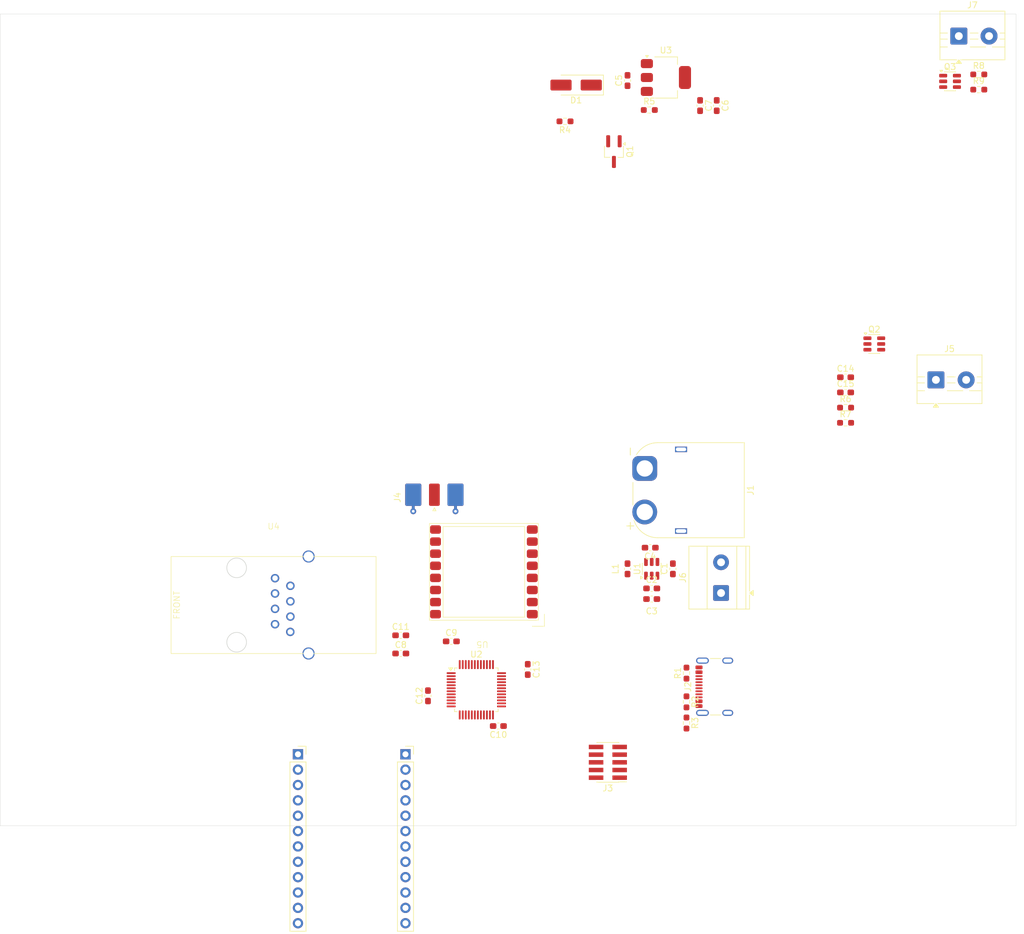
<source format=kicad_pcb>
(kicad_pcb (version 20241229) (generator "pcbnew") (generator_version "9.0")
  (layers (0 "F.Cu" signal) (2 "B.Cu" signal) (13 "F.Paste" user) (15 "B.Paste" user) (5 "F.SilkS" user "F.Silkscreen") (7 "B.SilkS" user "B.Silkscreen") (1 "F.Mask" user) (3 "B.Mask" user) (25 "Edge.Cuts" user))
  (net 0 "")
  (net 1 "GND")
  (net 2 "+8V")
  (net 3 "+5V")
  (net 4 "Net-(U1-SW)")
  (net 5 "Net-(U1-BST)")
  (net 10 "Net-(D1-K)")
  (net 11 "+3.3V")
  (net 12 "USB_DM")
  (net 13 "USB_DP")
  (net 14 "USB_DETECT")
  (net 15 "SWDIO")
  (net 21 "SWCLK")
  (net 31 "Net-(J5-Pin_2)")
  (net 33 "NMOS1")
  (net 34 "RADIO_MISO")
  (net 42 "STM_TX_LORA_RX")
  (net 44 "STM_TX_ETH_RX")
  (net 45 "ETH_CTS")
  (net 46 "ETH_DTR")
  (net 47 "ETH_RTS")
  (net 48 "Net-(Q1-G)")
  (net 49 "RADIO_nRST")
  (net 50 "ETH_RST")
  (net 51 "STM_RX_LORA_TX")
  (net 52 "RADIO_CS")
  (net 53 "RADIO_MOSI")
  (net 54 "STM_RX_ETH_TX")
  (net 55 "RADIO_SCK")
  (net 56 "Net-(J4-In)")
  (net 57 "RADIO_DIO0")
  (net 58 "RADIO_DIO2")
  (net 59 "RADIO_DIO5")
  (net 60 "RADIO_DIO4")
  (net 61 "RADIO_DIO1")
  (net 62 "RADIO_DIO3")
  (net 63 "Net-(Q2-S)")
  (net 64 "Net-(J5-Pin_1)")
  (net 65 "Net-(J7-Pin_1)")
  (net 66 "Net-(J7-Pin_2)")
  (net 67 "Net-(Q3-S)")
  (net 68 "NMOS2")
  (net 77 "USB5V")
  (footprint "Resistor_SMD:R_0603_1608Metric_Pad0.98x0.95mm_HandSolder" (layer "F.Cu") (at 166.25 124.5 90)
    (property "Reference" "R1" (at 0 -1.43 90) (layer "F.SilkS"))
    (property "Value" "1.5k")
    (pad "1" smd roundrect (at -0.9125 0 90) (size 0.975 0.95) (layers "F.Cu" "F.Mask" "F.Paste") (net 13 "USB_DP"))
    (pad "2" smd roundrect (at 0.9125 0 90) (size 0.975 0.95) (layers "F.Cu" "F.Mask" "F.Paste") (net 11 "+3.3V"))
  )
  (footprint "Capacitor_SMD:C_0603_1608Metric_Pad1.08x0.95mm_HandSolder" (layer "F.Cu") (at 156.5 107.25 -90)
    (property "Reference" "L1" (at 0 2 90) (layer "F.SilkS"))
    (property "Value" "4.7uf")
    (pad "1" smd roundrect (at -0.8625 0 270) (size 1.075 0.95) (layers "F.Cu" "F.Mask" "F.Paste") (net 4 "Net-(U1-SW)"))
    (pad "2" smd roundrect (at 0.8625 0 270) (size 1.075 0.95) (layers "F.Cu" "F.Mask" "F.Paste") (net 3 "+5V"))
  )
  (footprint "Capacitor_SMD:C_0603_1608Metric_Pad1.08x0.95mm_HandSolder" (layer "F.Cu") (at 171.25 30.6375 -90)
    (property "Reference" "C6" (at 0 -1.43 90) (layer "F.SilkS"))
    (property "Value" "10uf")
    (pad "1" smd roundrect (at -0.8625 0 270) (size 1.075 0.95) (layers "F.Cu" "F.Mask" "F.Paste") (net 11 "+3.3V"))
    (pad "2" smd roundrect (at 0.8625 0 270) (size 1.075 0.95) (layers "F.Cu" "F.Mask" "F.Paste") (net 1 "GND"))
  )
  (footprint "Package_TO_SOT_SMD:SOT-23-6" (layer "F.Cu") (at 209.8375 26.635)
    (property "Reference" "Q3" (at 0 -2.4 0) (layer "F.SilkS"))
    (property "Value" "NMOS")
    (pad "1" smd roundrect (at -1.1375 -0.95) (size 1.325 0.6) (layers "F.Cu" "F.Mask" "F.Paste") (net 65 "Net-(J7-Pin_1)"))
    (pad "1" smd roundrect (at -1.1375 0) (size 1.325 0.6) (layers "F.Cu" "F.Mask" "F.Paste") (net 65 "Net-(J7-Pin_1)"))
    (pad "1" smd roundrect (at 1.1375 -0.95) (size 1.325 0.6) (layers "F.Cu" "F.Mask" "F.Paste") (net 65 "Net-(J7-Pin_1)"))
    (pad "1" smd roundrect (at 1.1375 0) (size 1.325 0.6) (layers "F.Cu" "F.Mask" "F.Paste") (net 65 "Net-(J7-Pin_1)"))
    (pad "3" smd roundrect (at -1.1375 0.95) (size 1.325 0.6) (layers "F.Cu" "F.Mask" "F.Paste") (net 66 "Net-(J7-Pin_2)"))
    (pad "4" smd roundrect (at 1.1375 0.95) (size 1.325 0.6) (layers "F.Cu" "F.Mask" "F.Paste") (net 67 "Net-(Q3-S)"))
  )
  (footprint "Capacitor_SMD:C_0603_1608Metric_Pad1.08x0.95mm_HandSolder" (layer "F.Cu") (at 164 107.25 90)
    (property "Reference" "C1" (at 0 -1.43 90) (layer "F.SilkS"))
    (property "Value" "10uf")
    (pad "1" smd roundrect (at -0.8625 0 90) (size 1.075 0.95) (layers "F.Cu" "F.Mask" "F.Paste") (net 2 "+8V"))
    (pad "2" smd roundrect (at 0.8625 0 90) (size 1.075 0.95) (layers "F.Cu" "F.Mask" "F.Paste") (net 1 "GND"))
  )
  (footprint "Capacitor_SMD:C_0603_1608Metric_Pad1.08x0.95mm_HandSolder" (layer "F.Cu") (at 123.5 128.25 90)
    (property "Reference" "C12" (at 0 -1.43 90) (layer "F.SilkS"))
    (property "Value" "0.1uf")
    (pad "1" smd roundrect (at -0.8625 0 90) (size 1.075 0.95) (layers "F.Cu" "F.Mask" "F.Paste") (net 11 "+3.3V"))
    (pad "2" smd roundrect (at 0.8625 0 90) (size 1.075 0.95) (layers "F.Cu" "F.Mask" "F.Paste") (net 1 "GND"))
  )
  (footprint "Connector_PinHeader_1.27mm:PinHeader_2x05_P1.27mm_Vertical_SMD" (layer "F.Cu") (at 153.25 139.25 180)
    (property "Reference" "J3" (at 0 -4.285 0) (layer "F.SilkS"))
    (property "Value" "ARM Cortex Debug")
    (pad "1" smd rect (at -1.95 -2.54 180) (size 2.4 0.74) (layers "F.Cu" "F.Mask" "F.Paste") (net 11 "+3.3V"))
    (pad "2" smd rect (at 1.95 -2.54 180) (size 2.4 0.74) (layers "F.Cu" "F.Mask" "F.Paste") (net 15 "SWDIO"))
    (pad "3" smd rect (at -1.95 -1.27 180) (size 2.4 0.74) (layers "F.Cu" "F.Mask" "F.Paste") (net 1 "GND"))
    (pad "4" smd rect (at 1.95 -1.27 180) (size 2.4 0.74) (layers "F.Cu" "F.Mask" "F.Paste") (net 21 "SWCLK"))
    (pad "5" smd rect (at -1.95 0 180) (size 2.4 0.74) (layers "F.Cu" "F.Mask" "F.Paste") (net 1 "GND"))
    (pad "6" smd rect (at 1.95 0 180) (size 2.4 0.74) (layers "F.Cu" "F.Mask" "F.Paste"))
    (pad "7" smd rect (at -1.95 1.27 180) (size 2.4 0.74) (layers "F.Cu" "F.Mask" "F.Paste"))
    (pad "8" smd rect (at 1.95 1.27 180) (size 2.4 0.74) (layers "F.Cu" "F.Mask" "F.Paste"))
    (pad "9" smd rect (at -1.95 2.54 180) (size 2.4 0.74) (layers "F.Cu" "F.Mask" "F.Paste") (net 1 "GND"))
    (pad "10" smd rect (at 1.95 2.54 180) (size 2.4 0.74) (layers "F.Cu" "F.Mask" "F.Paste"))
  )
  (footprint "Resistor_SMD:R_0603_1608Metric_Pad0.98x0.95mm_HandSolder" (layer "F.Cu") (at 214.5875 28)
    (property "Reference" "R9" (at 0 -1.43 0) (layer "F.SilkS"))
    (property "Value" "100k")
    (pad "1" smd roundrect (at -0.9125 0) (size 0.975 0.95) (layers "F.Cu" "F.Mask" "F.Paste") (net 67 "Net-(Q3-S)"))
    (pad "2" smd roundrect (at 0.9125 0) (size 0.975 0.95) (layers "F.Cu" "F.Mask" "F.Paste") (net 1 "GND"))
  )
  (footprint "Capacitor_SMD:C_0603_1608Metric_Pad1.08x0.95mm_HandSolder" (layer "F.Cu") (at 156.5 26.5 90)
    (property "Reference" "C5" (at 0 -1.43 90) (layer "F.SilkS"))
    (property "Value" "10uf")
    (pad "1" smd roundrect (at -0.8625 0 90) (size 1.075 0.95) (layers "F.Cu" "F.Mask" "F.Paste") (net 10 "Net-(D1-K)"))
    (pad "2" smd roundrect (at 0.8625 0 90) (size 1.075 0.95) (layers "F.Cu" "F.Mask" "F.Paste") (net 1 "GND"))
  )
  (footprint "Connector_AMASS:AMASS_XT60PW-M_1x02_P7.20mm_Horizontal" (layer "F.Cu") (at 159.35 90.65 -90)
    (property "Reference" "J1" (at 3.6 -17.5 90) (layer "F.SilkS"))
    (property "Value" "Conn_01x02_Pin")
    (fp_text user "-" (at -2.8 2.5 90) (layer "F.SilkS") (effects (font (size 1.5 1.5))))
    (fp_text user "+" (at 9.5 2.5 90) (layer "F.SilkS") (effects (font (size 1.5 1.5))))
    (pad "" thru_hole rect (at -3.15 -6 270) (size 0.9 2) (drill oval 0.6 1.7) (layers "*.Cu" "*.Mask"))
    (pad "" thru_hole rect (at 10.35 -6 270) (size 0.9 2) (drill oval 0.6 1.7) (layers "*.Cu" "*.Mask"))
    (pad "1" thru_hole roundrect (at 0 0 270) (size 4.1 4.1) (drill 2.7) (layers "*.Cu" "*.Mask") (net 1 "GND"))
    (pad "2" thru_hole circle (at 7.2 0 270) (size 4.1 4.1) (drill 2.7) (layers "*.Cu" "*.Mask") (net 2 "+8V"))
  )
  (footprint "Package_TO_SOT_SMD:TSOT-23-6" (layer "F.Cu") (at 160.5 107.25 90)
    (property "Reference" "U1" (at 0 -2.4 90) (layer "F.SilkS"))
    (property "Value" "AP63205WU")
    (pad "1" smd roundrect (at -1.1375 -0.95 90) (size 1.325 0.6) (layers "F.Cu" "F.Mask" "F.Paste") (net 3 "+5V"))
    (pad "2" smd roundrect (at -1.1375 0 90) (size 1.325 0.6) (layers "F.Cu" "F.Mask" "F.Paste") (net 2 "+8V"))
    (pad "3" smd roundrect (at -1.1375 0.95 90) (size 1.325 0.6) (layers "F.Cu" "F.Mask" "F.Paste") (net 2 "+8V"))
    (pad "4" smd roundrect (at 1.1375 0.95 90) (size 1.325 0.6) (layers "F.Cu" "F.Mask" "F.Paste") (net 1 "GND"))
    (pad "5" smd roundrect (at 1.1375 0 90) (size 1.325 0.6) (layers "F.Cu" "F.Mask" "F.Paste") (net 4 "Net-(U1-SW)"))
    (pad "6" smd roundrect (at 1.1375 -0.95 90) (size 1.325 0.6) (layers "F.Cu" "F.Mask" "F.Paste") (net 5 "Net-(U1-BST)"))
  )
  (footprint "UCIRP-KiCAD-Lib:Untitled" (layer "F.Cu") (at 102 137.92 180)
    (property "Reference" "U6" (hide yes))
    (property "Value" "SEEEDSTUDIOLORA" (hide yes))
    (pad "1" thru_hole rect (at -17.78 0) (size 1.7 1.7) (drill 1) (layers "*.Cu" "*.Mask"))
    (pad "2" thru_hole circle (at -17.78 -2.54) (size 1.7 1.7) (drill 1) (layers "*.Cu" "*.Mask") (net 11 "+3.3V"))
    (pad "3" thru_hole circle (at -17.78 -5.08) (size 1.7 1.7) (drill 1) (layers "*.Cu" "*.Mask"))
    (pad "4" thru_hole circle (at -17.78 -7.62) (size 1.7 1.7) (drill 1) (layers "*.Cu" "*.Mask"))
    (pad "5" thru_hole circle (at -17.78 -10.16) (size 1.7 1.7) (drill 1) (layers "*.Cu" "*.Mask"))
    (pad "6" thru_hole circle (at -17.78 -12.7) (size 1.7 1.7) (drill 1) (layers "*.Cu" "*.Mask") (net 1 "GND"))
    (pad "7" thru_hole circle (at -17.78 -15.24) (size 1.7 1.7) (drill 1) (layers "*.Cu" "*.Mask"))
    (pad "8" thru_hole circle (at -17.78 -17.78) (size 1.7 1.7) (drill 1) (layers "*.Cu" "*.Mask"))
    (pad "9" thru_hole circle (at -17.78 -20.32) (size 1.7 1.7) (drill 1) (layers "*.Cu" "*.Mask"))
    (pad "10" thru_hole circle (at -17.78 -22.86) (size 1.7 1.7) (drill 1) (layers "*.Cu" "*.Mask"))
    (pad "11" thru_hole circle (at -17.78 -25.4) (size 1.7 1.7) (drill 1) (layers "*.Cu" "*.Mask"))
    (pad "12" thru_hole circle (at -17.78 -27.94) (size 1.7 1.7) (drill 1) (layers "*.Cu" "*.Mask"))
    (pad "13" thru_hole circle (at 0 -27.94) (size 1.7 1.7) (drill 1) (layers "*.Cu" "*.Mask"))
    (pad "14" thru_hole circle (at 0 -25.4) (size 1.7 1.7) (drill 1) (layers "*.Cu" "*.Mask"))
    (pad "15" thru_hole circle (at 0 -22.86) (size 1.7 1.7) (drill 1) (layers "*.Cu" "*.Mask"))
    (pad "16" thru_hole circle (at 0 -20.32) (size 1.7 1.7) (drill 1) (layers "*.Cu" "*.Mask"))
    (pad "17" thru_hole circle (at 0 -17.78) (size 1.7 1.7) (drill 1) (layers "*.Cu" "*.Mask"))
    (pad "18" thru_hole circle (at 0 -15.24) (size 1.7 1.7) (drill 1) (layers "*.Cu" "*.Mask") (net 51 "STM_RX_LORA_TX"))
    (pad "19" thru_hole circle (at 0 -12.7) (size 1.7 1.7) (drill 1) (layers "*.Cu" "*.Mask") (net 42 "STM_TX_LORA_RX"))
    (pad "20" thru_hole circle (at 0 -10.16) (size 1.7 1.7) (drill 1) (layers "*.Cu" "*.Mask"))
    (pad "21" thru_hole circle (at 0 -7.62) (size 1.7 1.7) (drill 1) (layers "*.Cu" "*.Mask"))
    (pad "22" thru_hole circle (at 0 -5.08) (size 1.7 1.7) (drill 1) (layers "*.Cu" "*.Mask"))
    (pad "23" thru_hole circle (at 0 -2.54) (size 1.7 1.7) (drill 1) (layers "*.Cu" "*.Mask"))
    (pad "24" thru_hole rect (at 0 0) (size 1.7 1.7) (drill 1) (layers "*.Cu" "*.Mask") (net 1 "GND"))
  )
  (footprint "Resistor_SMD:R_0603_1608Metric_Pad0.98x0.95mm_HandSolder" (layer "F.Cu") (at 160.1 31.375)
    (property "Reference" "R5" (at 0 -1.43 0) (layer "F.SilkS"))
    (property "Value" "470k")
    (pad "1" smd roundrect (at -0.9125 0) (size 0.975 0.95) (layers "F.Cu" "F.Mask" "F.Paste") (net 48 "Net-(Q1-G)"))
    (pad "2" smd roundrect (at 0.9125 0) (size 0.975 0.95) (layers "F.Cu" "F.Mask" "F.Paste") (net 1 "GND"))
  )
  (footprint "Package_TO_SOT_SMD:TSOT-23_HandSoldering" (layer "F.Cu") (at 154.25 38.25 -90)
    (property "Reference" "Q1" (at 0 -2.65 90) (layer "F.SilkS"))
    (property "Value" "Q_PMOS")
    (pad "1" smd roundrect (at -1.71 -0.95 270) (size 2 0.65) (layers "F.Cu" "F.Mask" "F.Paste") (net 48 "Net-(Q1-G)"))
    (pad "2" smd roundrect (at -1.71 0.95 270) (size 2 0.65) (layers "F.Cu" "F.Mask" "F.Paste") (net 10 "Net-(D1-K)"))
    (pad "3" smd roundrect (at 1.71 0 270) (size 2 0.65) (layers "F.Cu" "F.Mask" "F.Paste") (net 3 "+5V"))
  )
  (footprint "Resistor_SMD:R_0603_1608Metric_Pad0.98x0.95mm_HandSolder" (layer "F.Cu") (at 192.56 83.1)
    (property "Reference" "R7" (at 0 -1.43 0) (layer "F.SilkS"))
    (property "Value" "100k")
    (pad "1" smd roundrect (at -0.9125 0) (size 0.975 0.95) (layers "F.Cu" "F.Mask" "F.Paste") (net 63 "Net-(Q2-S)"))
    (pad "2" smd roundrect (at 0.9125 0) (size 0.975 0.95) (layers "F.Cu" "F.Mask" "F.Paste") (net 1 "GND"))
  )
  (footprint "UCIRP-KiCAD-Lib:RFM95W" (layer "F.Cu") (at 132.75 107.75 180)
    (property "Reference" "U5" (at 0.25 -12 180) (layer "F.SilkS") (effects (font (thickness 0.1))))
    (property "Value" "~")
    (pad "1" smd roundrect (at -8 -7 180) (size 1.8 1.4) (layers "F.Cu" "F.Mask" "F.Paste") (net 1 "GND"))
    (pad "2" smd roundrect (at -8 -5 180) (size 1.8 1.4) (layers "F.Cu" "F.Mask" "F.Paste") (net 34 "RADIO_MISO"))
    (pad "3" smd roundrect (at -8 -3 180) (size 1.8 1.4) (layers "F.Cu" "F.Mask" "F.Paste") (net 53 "RADIO_MOSI"))
    (pad "4" smd roundrect (at -8 -1 180) (size 1.8 1.4) (layers "F.Cu" "F.Mask" "F.Paste") (net 55 "RADIO_SCK"))
    (pad "5" smd roundrect (at -8 1 180) (size 1.8 1.4) (layers "F.Cu" "F.Mask" "F.Paste") (net 52 "RADIO_CS"))
    (pad "6" smd roundrect (at -8 3 180) (size 1.8 1.4) (layers "F.Cu" "F.Mask" "F.Paste") (net 49 "RADIO_nRST"))
    (pad "7" smd roundrect (at -8 5 180) (size 1.8 1.4) (layers "F.Cu" "F.Mask" "F.Paste") (net 59 "RADIO_DIO5"))
    (pad "8" smd roundrect (at -8 7 180) (size 1.8 1.4) (layers "F.Cu" "F.Mask" "F.Paste") (net 1 "GND"))
    (pad "9" smd roundrect (at 8 7 180) (size 1.8 1.4) (layers "F.Cu" "F.Mask" "F.Paste") (net 56 "Net-(J4-In)"))
    (pad "10" smd roundrect (at 8 5 180) (size 1.8 1.4) (layers "F.Cu" "F.Mask" "F.Paste") (net 1 "GND"))
    (pad "11" smd roundrect (at 8 3 180) (size 1.8 1.4) (layers "F.Cu" "F.Mask" "F.Paste") (net 62 "RADIO_DIO3"))
    (pad "12" smd roundrect (at 8 1 180) (size 1.8 1.4) (layers "F.Cu" "F.Mask" "F.Paste") (net 60 "RADIO_DIO4"))
    (pad "13" smd roundrect (at 8 -1 180) (size 1.8 1.4) (layers "F.Cu" "F.Mask" "F.Paste") (net 11 "+3.3V"))
    (pad "14" smd roundrect (at 8 -3 180) (size 1.8 1.4) (layers "F.Cu" "F.Mask" "F.Paste") (net 57 "RADIO_DIO0"))
    (pad "15" smd roundrect (at 8 -5 180) (size 1.8 1.4) (layers "F.Cu" "F.Mask" "F.Paste") (net 61 "RADIO_DIO1"))
    (pad "16" smd roundrect (at 8 -7 180) (size 1.8 1.4) (layers "F.Cu" "F.Mask" "F.Paste") (net 58 "RADIO_DIO2"))
  )
  (footprint "Package_TO_SOT_SMD:SOT-23-6" (layer "F.Cu") (at 197.31 70.065)
    (property "Reference" "Q2" (at 0 -2.4 0) (layer "F.SilkS"))
    (property "Value" "NMOS")
    (pad "1" smd roundrect (at -1.1375 -0.95) (size 1.325 0.6) (layers "F.Cu" "F.Mask" "F.Paste") (net 64 "Net-(J5-Pin_1)"))
    (pad "1" smd roundrect (at -1.1375 0) (size 1.325 0.6) (layers "F.Cu" "F.Mask" "F.Paste") (net 64 "Net-(J5-Pin_1)"))
    (pad "1" smd roundrect (at 1.1375 -0.95) (size 1.325 0.6) (layers "F.Cu" "F.Mask" "F.Paste") (net 64 "Net-(J5-Pin_1)"))
    (pad "1" smd roundrect (at 1.1375 0) (size 1.325 0.6) (layers "F.Cu" "F.Mask" "F.Paste") (net 64 "Net-(J5-Pin_1)"))
    (pad "3" smd roundrect (at -1.1375 0.95) (size 1.325 0.6) (layers "F.Cu" "F.Mask" "F.Paste") (net 31 "Net-(J5-Pin_2)"))
    (pad "4" smd roundrect (at 1.1375 0.95) (size 1.325 0.6) (layers "F.Cu" "F.Mask" "F.Paste") (net 63 "Net-(Q2-S)"))
  )
  (footprint "Resistor_SMD:R_0603_1608Metric_Pad0.98x0.95mm_HandSolder" (layer "F.Cu") (at 192.56 80.59)
    (property "Reference" "R6" (at 0 -1.43 0) (layer "F.SilkS"))
    (property "Value" "100")
    (pad "1" smd roundrect (at -0.9125 0) (size 0.975 0.95) (layers "F.Cu" "F.Mask" "F.Paste") (net 63 "Net-(Q2-S)"))
    (pad "2" smd roundrect (at 0.9125 0) (size 0.975 0.95) (layers "F.Cu" "F.Mask" "F.Paste") (net 33 "NMOS1"))
  )
  (footprint "TerminalBlock_Phoenix:TerminalBlock_Phoenix_MKDS-1,5-2-5.08_1x02_P5.08mm_Horizontal" (layer "F.Cu") (at 171.9675 111.25 90)
    (property "Reference" "J6" (at 2.54 -6.32 90) (layer "F.SilkS"))
    (property "Value" "Screw_Terminal_01x02")
    (pad "1" thru_hole roundrect (at 0 0 90) (size 2.6 2.6) (drill 1.3) (layers "*.Cu" "*.Mask") (roundrect_rratio 0.096154) (net 1 "GND"))
    (pad "2" thru_hole circle (at 5.08 0 90) (size 2.6 2.6) (drill 1.3) (layers "*.Cu" "*.Mask") (net 2 "+8V"))
  )
  (footprint "Resistor_SMD:R_0603_1608Metric_Pad0.98x0.95mm_HandSolder" (layer "F.Cu") (at 166.25 132.75 -90)
    (property "Reference" "R3" (at 0 -1.43 90) (layer "F.SilkS"))
    (property "Value" "20k")
    (pad "1" smd roundrect (at -0.9125 0 270) (size 0.975 0.95) (layers "F.Cu" "F.Mask" "F.Paste") (net 14 "USB_DETECT"))
    (pad "2" smd roundrect (at 0.9125 0 270) (size 0.975 0.95) (layers "F.Cu" "F.Mask" "F.Paste") (net 1 "GND"))
  )
  (footprint "Package_QFP:LQFP-48_7x7mm_P0.5mm" (layer "F.Cu") (at 131.5 127.25)
    (property "Reference" "U2" (at 0 -5.85 0) (layer "F.SilkS"))
    (property "Value" "STM32F103C8Tx")
    (pad "1" smd roundrect (at -4.1625 -2.75) (size 1.475 0.3) (layers "F.Cu" "F.Mask" "F.Paste") (net 11 "+3.3V"))
    (pad "2" smd roundrect (at -4.1625 -2.25) (size 1.475 0.3) (layers "F.Cu" "F.Mask" "F.Paste"))
    (pad "3" smd roundrect (at -4.1625 -1.75) (size 1.475 0.3) (layers "F.Cu" "F.Mask" "F.Paste"))
    (pad "4" smd roundrect (at -4.1625 -1.25) (size 1.475 0.3) (layers "F.Cu" "F.Mask" "F.Paste"))
    (pad "5" smd roundrect (at -4.1625 -0.75) (size 1.475 0.3) (layers "F.Cu" "F.Mask" "F.Paste"))
    (pad "6" smd roundrect (at -4.1625 -0.25) (size 1.475 0.3) (layers "F.Cu" "F.Mask" "F.Paste"))
    (pad "7" smd roundrect (at -4.1625 0.25) (size 1.475 0.3) (layers "F.Cu" "F.Mask" "F.Paste"))
    (pad "8" smd roundrect (at -4.1625 0.75) (size 1.475 0.3) (layers "F.Cu" "F.Mask" "F.Paste") (net 1 "GND"))
    (pad "9" smd roundrect (at -4.1625 1.25) (size 1.475 0.3) (layers "F.Cu" "F.Mask" "F.Paste") (net 11 "+3.3V"))
    (pad "10" smd roundrect (at -4.1625 1.75) (size 1.475 0.3) (layers "F.Cu" "F.Mask" "F.Paste"))
    (pad "11" smd roundrect (at -4.1625 2.25) (size 1.475 0.3) (layers "F.Cu" "F.Mask" "F.Paste"))
    (pad "12" smd roundrect (at -4.1625 2.75) (size 1.475 0.3) (layers "F.Cu" "F.Mask" "F.Paste") (net 42 "STM_TX_LORA_RX"))
    (pad "13" smd roundrect (at -2.75 4.1625) (size 0.3 1.475) (layers "F.Cu" "F.Mask" "F.Paste") (net 51 "STM_RX_LORA_TX"))
    (pad "14" smd roundrect (at -2.25 4.1625) (size 0.3 1.475) (layers "F.Cu" "F.Mask" "F.Paste"))
    (pad "15" smd roundrect (at -1.75 4.1625) (size 0.3 1.475) (layers "F.Cu" "F.Mask" "F.Paste") (net 68 "NMOS2"))
    (pad "16" smd roundrect (at -1.25 4.1625) (size 0.3 1.475) (layers "F.Cu" "F.Mask" "F.Paste") (net 33 "NMOS1"))
    (pad "17" smd roundrect (at -0.75 4.1625) (size 0.3 1.475) (layers "F.Cu" "F.Mask" "F.Paste") (net 45 "ETH_CTS"))
    (pad "18" smd roundrect (at -0.25 4.1625) (size 0.3 1.475) (layers "F.Cu" "F.Mask" "F.Paste") (net 46 "ETH_DTR"))
    (pad "19" smd roundrect (at 0.25 4.1625) (size 0.3 1.475) (layers "F.Cu" "F.Mask" "F.Paste") (net 47 "ETH_RTS"))
    (pad "20" smd roundrect (at 0.75 4.1625) (size 0.3 1.475) (layers "F.Cu" "F.Mask" "F.Paste") (net 50 "ETH_RST"))
    (pad "21" smd roundrect (at 1.25 4.1625) (size 0.3 1.475) (layers "F.Cu" "F.Mask" "F.Paste") (net 44 "STM_TX_ETH_RX"))
    (pad "22" smd roundrect (at 1.75 4.1625) (size 0.3 1.475) (layers "F.Cu" "F.Mask" "F.Paste") (net 54 "STM_RX_ETH_TX"))
    (pad "23" smd roundrect (at 2.25 4.1625) (size 0.3 1.475) (layers "F.Cu" "F.Mask" "F.Paste") (net 1 "GND"))
    (pad "24" smd roundrect (at 2.75 4.1625) (size 0.3 1.475) (layers "F.Cu" "F.Mask" "F.Paste") (net 11 "+3.3V"))
    (pad "25" smd roundrect (at 4.1625 2.75) (size 1.475 0.3) (layers "F.Cu" "F.Mask" "F.Paste") (net 52 "RADIO_CS"))
    (pad "26" smd roundrect (at 4.1625 2.25) (size 1.475 0.3) (layers "F.Cu" "F.Mask" "F.Paste") (net 15 "SWDIO"))
    (pad "27" smd roundrect (at 4.1625 1.75) (size 1.475 0.3) (layers "F.Cu" "F.Mask" "F.Paste") (net 21 "SWCLK"))
    (pad "28" smd roundrect (at 4.1625 1.25) (size 1.475 0.3) (layers "F.Cu" "F.Mask" "F.Paste"))
    (pad "29" smd roundrect (at 4.1625 0.75) (size 1.475 0.3) (layers "F.Cu" "F.Mask" "F.Paste") (net 49 "RADIO_nRST"))
    (pad "30" smd roundrect (at 4.1625 0.25) (size 1.475 0.3) (layers "F.Cu" "F.Mask" "F.Paste"))
    (pad "31" smd roundrect (at 4.1625 -0.25) (size 1.475 0.3) (layers "F.Cu" "F.Mask" "F.Paste") (net 14 "USB_DETECT"))
    (pad "32" smd roundrect (at 4.1625 -0.75) (size 1.475 0.3) (layers "F.Cu" "F.Mask" "F.Paste") (net 12 "USB_DM"))
    (pad "33" smd roundrect (at 4.1625 -1.25) (size 1.475 0.3) (layers "F.Cu" "F.Mask" "F.Paste") (net 13 "USB_DP"))
    (pad "34" smd roundrect (at 4.1625 -1.75) (size 1.475 0.3) (layers "F.Cu" "F.Mask" "F.Paste") (net 55 "RADIO_SCK"))
    (pad "35" smd roundrect (at 4.1625 -2.25) (size 1.475 0.3) (layers "F.Cu" "F.Mask" "F.Paste") (net 1 "GND"))
    (pad "36" smd roundrect (at 4.1625 -2.75) (size 1.475 0.3) (layers "F.Cu" "F.Mask" "F.Paste") (net 11 "+3.3V"))
    (pad "37" smd roundrect (at 2.75 -4.1625) (size 0.3 1.475) (layers "F.Cu" "F.Mask" "F.Paste") (net 34 "RADIO_MISO"))
    (pad "38" smd roundrect (at 2.25 -4.1625) (size 0.3 1.475) (layers "F.Cu" "F.Mask" "F.Paste") (net 53 "RADIO_MOSI"))
    (pad "39" smd roundrect (at 1.75 -4.1625) (size 0.3 1.475) (layers "F.Cu" "F.Mask" "F.Paste"))
    (pad "40" smd roundrect (at 1.25 -4.1625) (size 0.3 1.475) (layers "F.Cu" "F.Mask" "F.Paste"))
    (pad "41" smd roundrect (at 0.75 -4.1625) (size 0.3 1.475) (layers "F.Cu" "F.Mask" "F.Paste"))
    (pad "42" smd roundrect (at 0.25 -4.1625) (size 0.3 1.475) (layers "F.Cu" "F.Mask" "F.Paste"))
    (pad "43" smd roundrect (at -0.25 -4.1625) (size 0.3 1.475) (layers "F.Cu" "F.Mask" "F.Paste"))
    (pad "44" smd roundrect (at -0.75 -4.1625) (size 0.3 1.475) (layers "F.Cu" "F.Mask" "F.Paste"))
    (pad "45" smd roundrect (at -1.25 -4.1625) (size 0.3 1.475) (layers "F.Cu" "F.Mask" "F.Paste"))
    (pad "46" smd roundrect (at -1.75 -4.1625) (size 0.3 1.475) (layers "F.Cu" "F.Mask" "F.Paste"))
    (pad "47" smd roundrect (at -2.25 -4.1625) (size 0.3 1.475) (layers "F.Cu" "F.Mask" "F.Paste") (net 1 "GND"))
    (pad "48" smd roundrect (at -2.75 -4.1625) (size 0.3 1.475) (layers "F.Cu" "F.Mask" "F.Paste") (net 11 "+3.3V"))
  )
  (footprint "Capacitor_SMD:C_0603_1608Metric_Pad1.08x0.95mm_HandSolder" (layer "F.Cu") (at 160.5 110.49)
    (property "Reference" "C2" (at 0 -1.43 0) (layer "F.SilkS"))
    (property "Value" "22uf")
    (pad "1" smd roundrect (at -0.8625 0) (size 1.075 0.95) (layers "F.Cu" "F.Mask" "F.Paste") (net 3 "+5V"))
    (pad "2" smd roundrect (at 0.8625 0) (size 1.075 0.95) (layers "F.Cu" "F.Mask" "F.Paste") (net 1 "GND"))
  )
  (footprint "Capacitor_SMD:C_0603_1608Metric_Pad1.08x0.95mm_HandSolder" (layer "F.Cu") (at 160.25 103.75 180)
    (property "Reference" "C4" (at 0 -1.43 0) (layer "F.SilkS"))
    (property "Value" "100nf")
    (pad "1" smd roundrect (at -0.8625 0 180) (size 1.075 0.95) (layers "F.Cu" "F.Mask" "F.Paste") (net 4 "Net-(U1-SW)"))
    (pad "2" smd roundrect (at 0.8625 0 180) (size 1.075 0.95) (layers "F.Cu" "F.Mask" "F.Paste") (net 5 "Net-(U1-BST)"))
  )
  (footprint "Capacitor_SMD:C_0603_1608Metric_Pad1.08x0.95mm_HandSolder" (layer "F.Cu") (at 119 121.25)
    (property "Reference" "C8" (at 0 -1.43 0) (layer "F.SilkS"))
    (property "Value" "4.7uf")
    (pad "1" smd roundrect (at -0.8625 0) (size 1.075 0.95) (layers "F.Cu" "F.Mask" "F.Paste") (net 11 "+3.3V"))
    (pad "2" smd roundrect (at 0.8625 0) (size 1.075 0.95) (layers "F.Cu" "F.Mask" "F.Paste") (net 1 "GND"))
  )
  (footprint "Capacitor_SMD:C_0603_1608Metric_Pad1.08x0.95mm_HandSolder" (layer "F.Cu") (at 127.3625 119.25)
    (property "Reference" "C9" (at 0 -1.43 0) (layer "F.SilkS"))
    (property "Value" "0.1uf")
    (pad "1" smd roundrect (at -0.8625 0) (size 1.075 0.95) (layers "F.Cu" "F.Mask" "F.Paste") (net 11 "+3.3V"))
    (pad "2" smd roundrect (at 0.8625 0) (size 1.075 0.95) (layers "F.Cu" "F.Mask" "F.Paste") (net 1 "GND"))
  )
  (footprint "Capacitor_SMD:C_0603_1608Metric_Pad1.08x0.95mm_HandSolder" (layer "F.Cu") (at 140 123.8875 -90)
    (property "Reference" "C13" (at 0 -1.43 90) (layer "F.SilkS"))
    (property "Value" "0.1uf")
    (pad "1" smd roundrect (at -0.8625 0 270) (size 1.075 0.95) (layers "F.Cu" "F.Mask" "F.Paste") (net 11 "+3.3V"))
    (pad "2" smd roundrect (at 0.8625 0 270) (size 1.075 0.95) (layers "F.Cu" "F.Mask" "F.Paste") (net 1 "GND"))
  )
  (footprint "Resistor_SMD:R_0603_1608Metric_Pad0.98x0.95mm_HandSolder" (layer "F.Cu") (at 146.1625 33.25 180)
    (property "Reference" "R4" (at 0 -1.43 0) (layer "F.SilkS"))
    (property "Value" "10k")
    (pad "1" smd roundrect (at -0.9125 0 180) (size 0.975 0.95) (layers "F.Cu" "F.Mask" "F.Paste") (net 48 "Net-(Q1-G)"))
    (pad "2" smd roundrect (at 0.9125 0 180) (size 0.975 0.95) (layers "F.Cu" "F.Mask" "F.Paste") (net 77 "USB5V"))
  )
  (footprint "UCIRP-KiCAD-Lib:GC-XPORT" (layer "F.Cu") (at 97.97 113.24)
    (property "Reference" "U4" (at 0 -13 0) (layer "F.SilkS") (effects (font (thickness 0.1))))
    (property "Value" "~")
    (fp_circle (center -6.11 -6.15) (end -4.485 -6.15) (stroke (width 0.1)) (fill no) (layer "Edge.Cuts"))
    (fp_circle (center -6.11 6.15) (end -4.485 6.15) (stroke (width 0.1)) (fill no) (layer "Edge.Cuts"))
    (fp_text user "FRONT" (at -16 0 90) (layer "F.SilkS") (effects (font (thickness 0.1))))
    (pad "1" thru_hole circle (at 2.76 4.44) (size 1.4 1.4) (drill 0.9) (layers "*.Cu" "*.Mask") (net 1 "GND"))
    (pad "1" thru_hole circle (at 5.78 8.01) (size 2 2) (drill 1.6) (layers "*.Cu" "*.Mask") (net 1 "GND"))
    (pad "1" thru_hole circle (at 5.79 -8.03) (size 2 2) (drill 1.6) (layers "*.Cu" "*.Mask") (net 1 "GND"))
    (pad "2" thru_hole circle (at 0.24 3.17) (size 1.4 1.4) (drill 0.9) (layers "*.Cu" "*.Mask") (net 11 "+3.3V"))
    (pad "3" thru_hole circle (at 2.78 1.91) (size 1.4 1.4) (drill 0.9) (layers "*.Cu" "*.Mask") (net 50 "ETH_RST"))
    (pad "4" thru_hole circle (at 0.24 0.63) (size 1.4 1.4) (drill 0.9) (layers "*.Cu" "*.Mask") (net 54 "STM_RX_ETH_TX"))
    (pad "5" thru_hole circle (at 2.78 -0.61) (size 1.4 1.4) (drill 0.9) (layers "*.Cu" "*.Mask") (net 44 "STM_TX_ETH_RX"))
    (pad "6" thru_hole circle (at 0.24 -1.91) (size 1.4 1.4) (drill 0.9) (layers "*.Cu" "*.Mask") (net 47 "ETH_RTS"))
    (pad "7" thru_hole circle (at 2.78 -3.18) (size 1.4 1.4) (drill 0.9) (layers "*.Cu" "*.Mask") (net 46 "ETH_DTR"))
    (pad "8" thru_hole circle (at 0.24 -4.44) (size 1.4 1.4) (drill 0.9) (layers "*.Cu" "*.Mask") (net 45 "ETH_CTS"))
  )
  (footprint "TerminalBlock:TerminalBlock_MaiXu_MX126-5.0-02P_1x02_P5.00mm" (layer "F.Cu") (at 207.5 76)
    (property "Reference" "J5" (at 2.25 -5.12 0) (layer "F.SilkS"))
    (property "Value" "Screw_Terminal_01x02")
    (pad "1" thru_hole roundrect (at 0 0) (size 2.8 2.8) (drill 1.3) (layers "*.Cu" "*.Mask") (roundrect_rratio 0.089286) (net 64 "Net-(J5-Pin_1)"))
    (pad "2" thru_hole circle (at 5 0) (size 2.8 2.8) (drill 1.3) (layers "*.Cu" "*.Mask") (net 31 "Net-(J5-Pin_2)"))
  )
  (footprint "Connector_USB:USB_C_Receptacle_GCT_USB4105-xx-A_16P_TopMnt_Horizontal" (layer "F.Cu") (at 172 126.75 90)
    (property "Reference" "J2" (at 0 -5.5 90) (layer "F.SilkS"))
    (property "Value" "USB_C_Receptacle_USB2.0_16P")
    (pad "" np_thru_hole circle (at -2.89 -2.605 90) (size 0.65 0.65) (drill 0.65) (layers "*.Cu" "*.Mask"))
    (pad "" np_thru_hole circle (at 2.89 -2.605 90) (size 0.65 0.65) (drill 0.65) (layers "*.Cu" "*.Mask"))
    (pad "A1" smd roundrect (at -3.2 -3.68 90) (size 0.6 1.15) (layers "F.Cu" "F.Mask" "F.Paste") (net 1 "GND"))
    (pad "A4" smd roundrect (at -2.4 -3.68 90) (size 0.6 1.15) (layers "F.Cu" "F.Mask" "F.Paste") (net 77 "USB5V"))
    (pad "A5" smd roundrect (at -1.25 -3.68 90) (size 0.3 1.15) (layers "F.Cu" "F.Mask" "F.Paste"))
    (pad "A6" smd roundrect (at -0.25 -3.68 90) (size 0.3 1.15) (layers "F.Cu" "F.Mask" "F.Paste") (net 13 "USB_DP"))
    (pad "A7" smd roundrect (at 0.25 -3.68 90) (size 0.3 1.15) (layers "F.Cu" "F.Mask" "F.Paste") (net 12 "USB_DM"))
    (pad "A8" smd roundrect (at 1.25 -3.68 90) (size 0.3 1.15) (layers "F.Cu" "F.Mask" "F.Paste"))
    (pad "A9" smd roundrect (at 2.4 -3.68 90) (size 0.6 1.15) (layers "F.Cu" "F.Mask" "F.Paste") (net 77 "USB5V"))
    (pad "A12" smd roundrect (at 3.2 -3.68 90) (size 0.6 1.15) (layers "F.Cu" "F.Mask" "F.Paste") (net 1 "GND"))
    (pad "B1" smd roundrect (at 3.2 -3.68 90) (size 0.6 1.15) (layers "F.Cu" "F.Mask" "F.Paste") (net 1 "GND"))
    (pad "B4" smd roundrect (at 2.4 -3.68 90) (size 0.6 1.15) (layers "F.Cu" "F.Mask" "F.Paste") (net 77 "USB5V"))
    (pad "B5" smd roundrect (at 1.75 -3.68 90) (size 0.3 1.15) (layers "F.Cu" "F.Mask" "F.Paste"))
    (pad "B6" smd roundrect (at 0.75 -3.68 90) (size 0.3 1.15) (layers "F.Cu" "F.Mask" "F.Paste") (net 13 "USB_DP"))
    (pad "B7" smd roundrect (at -0.75 -3.68 90) (size 0.3 1.15) (layers "F.Cu" "F.Mask" "F.Paste") (net 12 "USB_DM"))
    (pad "B8" smd roundrect (at -1.75 -3.68 90) (size 0.3 1.15) (layers "F.Cu" "F.Mask" "F.Paste"))
    (pad "B9" smd roundrect (at -2.4 -3.68 90) (size 0.6 1.15) (layers "F.Cu" "F.Mask" "F.Paste") (net 77 "USB5V"))
    (pad "B12" smd roundrect (at -3.2 -3.68 90) (size 0.6 1.15) (layers "F.Cu" "F.Mask" "F.Paste") (net 1 "GND"))
    (pad "S1" thru_hole oval (at -4.32 -3.105 90) (size 1 2.1) (drill oval 0.6 1.7) (property pad_prop_heatsink) (layers "*.Cu" "*.Mask" "F.Paste") (net 1 "GND"))
    (pad "S1" thru_hole oval (at -4.32 1.075 90) (size 1 1.8) (drill oval 0.6 1.4) (property pad_prop_heatsink) (layers "*.Cu" "*.Mask" "F.Paste") (net 1 "GND"))
    (pad "S1" thru_hole oval (at 4.32 -3.105 90) (size 1 2.1) (drill oval 0.6 1.7) (property pad_prop_heatsink) (layers "*.Cu" "*.Mask" "F.Paste") (net 1 "GND"))
    (pad "S1" thru_hole oval (at 4.32 1.075 90) (size 1 1.8) (drill oval 0.6 1.4) (property pad_prop_heatsink) (layers "*.Cu" "*.Mask" "F.Paste") (net 1 "GND"))
  )
  (footprint "Capacitor_SMD:C_0603_1608Metric_Pad1.08x0.95mm_HandSolder" (layer "F.Cu") (at 192.56 78.08)
    (property "Reference" "C15" (at 0 -1.43 0) (layer "F.SilkS"))
    (property "Value" "10uf")
    (pad "1" smd roundrect (at -0.8625 0) (size 1.075 0.95) (layers "F.Cu" "F.Mask" "F.Paste") (net 11 "+3.3V"))
    (pad "2" smd roundrect (at 0.8625 0) (size 1.075 0.95) (layers "F.Cu" "F.Mask" "F.Paste") (net 1 "GND"))
  )
  (footprint "Resistor_SMD:R_0603_1608Metric_Pad0.98x0.95mm_HandSolder" (layer "F.Cu") (at 214.5875 25.49)
    (property "Reference" "R8" (at 0 -1.43 0) (layer "F.SilkS"))
    (property "Value" "100")
    (pad "1" smd roundrect (at -0.9125 0) (size 0.975 0.95) (layers "F.Cu" "F.Mask" "F.Paste") (net 67 "Net-(Q3-S)"))
    (pad "2" smd roundrect (at 0.9125 0) (size 0.975 0.95) (layers "F.Cu" "F.Mask" "F.Paste") (net 68 "NMOS2"))
  )
  (footprint "Capacitor_SMD:C_0603_1608Metric_Pad1.08x0.95mm_HandSolder" (layer "F.Cu") (at 135.1375 133.25 180)
    (property "Reference" "C10" (at 0 -1.43 0) (layer "F.SilkS"))
    (property "Value" "0.1uf")
    (pad "1" smd roundrect (at -0.8625 0 180) (size 1.075 0.95) (layers "F.Cu" "F.Mask" "F.Paste") (net 11 "+3.3V"))
    (pad "2" smd roundrect (at 0.8625 0 180) (size 1.075 0.95) (layers "F.Cu" "F.Mask" "F.Paste") (net 1 "GND"))
  )
  (footprint "Resistor_SMD:R_0603_1608Metric_Pad0.98x0.95mm_HandSolder" (layer "F.Cu") (at 166.25 129.25 -90)
    (property "Reference" "R2" (at 0 -1.43 90) (layer "F.SilkS"))
    (property "Value" "10k")
    (pad "1" smd roundrect (at -0.9125 0 270) (size 0.975 0.95) (layers "F.Cu" "F.Mask" "F.Paste") (net 77 "USB5V"))
    (pad "2" smd roundrect (at 0.9125 0 270) (size 0.975 0.95) (layers "F.Cu" "F.Mask" "F.Paste") (net 14 "USB_DETECT"))
  )
  (footprint "Capacitor_SMD:C_0603_1608Metric_Pad1.08x0.95mm_HandSolder" (layer "F.Cu") (at 168.5 30.6375 -90)
    (property "Reference" "C7" (at 0 -1.43 90) (layer "F.SilkS"))
    (property "Value" "10uf")
    (pad "1" smd roundrect (at -0.8625 0 270) (size 1.075 0.95) (layers "F.Cu" "F.Mask" "F.Paste") (net 11 "+3.3V"))
    (pad "2" smd roundrect (at 0.8625 0 270) (size 1.075 0.95) (layers "F.Cu" "F.Mask" "F.Paste") (net 1 "GND"))
  )
  (footprint "Capacitor_SMD:C_0603_1608Metric_Pad1.08x0.95mm_HandSolder" (layer "F.Cu") (at 119 118.25)
    (property "Reference" "C11" (at 0 -1.43 0) (layer "F.SilkS"))
    (property "Value" "0.1uf")
    (pad "1" smd roundrect (at -0.8625 0) (size 1.075 0.95) (layers "F.Cu" "F.Mask" "F.Paste") (net 11 "+3.3V"))
    (pad "2" smd roundrect (at 0.8625 0) (size 1.075 0.95) (layers "F.Cu" "F.Mask" "F.Paste") (net 1 "GND"))
  )
  (footprint "Capacitor_SMD:C_0603_1608Metric_Pad1.08x0.95mm_HandSolder" (layer "F.Cu") (at 160.5 112.25)
    (property "Reference" "C3" (at 0 2 0) (layer "F.SilkS"))
    (property "Value" "22uf")
    (pad "1" smd roundrect (at -0.8625 0) (size 1.075 0.95) (layers "F.Cu" "F.Mask" "F.Paste") (net 3 "+5V"))
    (pad "2" smd roundrect (at 0.8625 0) (size 1.075 0.95) (layers "F.Cu" "F.Mask" "F.Paste") (net 1 "GND"))
  )
  (footprint "TerminalBlock:TerminalBlock_MaiXu_MX126-5.0-02P_1x02_P5.00mm" (layer "F.Cu") (at 211.2875 19.15)
    (property "Reference" "J7" (at 2.25 -5.12 0) (layer "F.SilkS"))
    (property "Value" "Screw_Terminal_01x02")
    (pad "1" thru_hole roundrect (at 0 0) (size 2.8 2.8) (drill 1.3) (layers "*.Cu" "*.Mask") (roundrect_rratio 0.089286) (net 65 "Net-(J7-Pin_1)"))
    (pad "2" thru_hole circle (at 5 0) (size 2.8 2.8) (drill 1.3) (layers "*.Cu" "*.Mask") (net 66 "Net-(J7-Pin_2)"))
  )
  (footprint "Diode_SMD:D_SMA_Handsoldering" (layer "F.Cu") (at 148 27.25 180)
    (property "Reference" "D1" (at 0 -2.5 0) (layer "F.SilkS"))
    (property "Value" "D_Schottky")
    (pad "1" smd roundrect (at -2.5 0 180) (size 3.5 1.8) (layers "F.Cu" "F.Mask" "F.Paste") (roundrect_rratio 0.1388888889) (net 10 "Net-(D1-K)"))
    (pad "2" smd roundrect (at 2.5 0 180) (size 3.5 1.8) (layers "F.Cu" "F.Mask" "F.Paste") (roundrect_rratio 0.1388888889) (net 77 "USB5V"))
  )
  (footprint "Connector_Coaxial:SMA_Molex_73251-2120_EdgeMount_Horizontal" (layer "F.Cu") (at 124.56 94.75 90)
    (property "Reference" "J4" (at -0.705 -6.1 90) (layer "F.SilkS"))
    (property "Value" "Conn_Coaxial")
    (fp_line (start -0.25 -3.4925) (end -2.985 -3.4925) (stroke (width 0.46)) (layer "F.Cu"))
    (fp_line (start -0.25 3.4925) (end -2.985 3.4925) (stroke (width 0.46)) (layer "F.Cu"))
    (fp_line (start -0.25 -3.4925) (end -2.985 -3.4925) (stroke (width 0.46)) (layer "B.Cu"))
    (fp_line (start -0.25 3.4925) (end -2.985 3.4925) (stroke (width 0.46)) (layer "B.Cu"))
    (pad "1" smd roundrect (at -0.25 0 90) (size 3.69 1.78) (layers "F.Cu" "F.Mask" "F.Paste") (roundrect_rratio 0.1404494382) (net 56 "Net-(J4-In)"))
    (pad "2" thru_hole circle (at -2.985 -3.4925 90) (size 0.97 0.97) (drill 0.46) (layers "*.Cu") (net 1 "GND"))
    (pad "2" thru_hole circle (at -2.985 3.4925 90) (size 0.97 0.97) (drill 0.46) (layers "*.Cu") (net 1 "GND"))
    (pad "2" smd roundrect (at -0.25 -3.4925 90) (size 3.69 2.665) (layers "F.Cu" "F.Mask" "F.Paste") (roundrect_rratio 0.09380863039) (net 1 "GND"))
    (pad "2" smd roundrect (at -0.25 -3.4925 90) (size 3.69 2.665) (layers "B.Cu" "B.Mask" "B.Paste") (roundrect_rratio 0.09380863039) (net 1 "GND"))
    (pad "2" smd roundrect (at -0.25 3.4925 90) (size 3.69 2.665) (layers "F.Cu" "F.Mask" "F.Paste") (roundrect_rratio 0.09380863039) (net 1 "GND"))
    (pad "2" smd roundrect (at -0.25 3.4925 90) (size 3.69 2.665) (layers "B.Cu" "B.Mask" "B.Paste") (roundrect_rratio 0.09380863039) (net 1 "GND"))
  )
  (footprint "Package_TO_SOT_SMD:SOT-223-3_TabPin2" (layer "F.Cu") (at 162.85 26)
    (property "Reference" "U3" (at 0 -4.5 0) (layer "F.SilkS"))
    (property "Value" "AMS1117-3.3")
    (pad "1" smd roundrect (at -3.15 -2.3) (size 2 1.5) (layers "F.Cu" "F.Mask" "F.Paste") (net 1 "GND"))
    (pad "2" smd roundrect (at -3.15 0) (size 2 1.5) (layers "F.Cu" "F.Mask" "F.Paste") (net 11 "+3.3V"))
    (pad "2" smd roundrect (at 3.15 0) (size 2 3.8) (layers "F.Cu" "F.Mask" "F.Paste") (net 11 "+3.3V"))
    (pad "3" smd roundrect (at -3.15 2.3) (size 2 1.5) (layers "F.Cu" "F.Mask" "F.Paste") (net 10 "Net-(D1-K)"))
  )
  (footprint "Capacitor_SMD:C_0603_1608Metric_Pad1.08x0.95mm_HandSolder" (layer "F.Cu") (at 192.56 75.57)
    (property "Reference" "C14" (at 0 -1.43 0) (layer "F.SilkS"))
    (property "Value" "10uf")
    (pad "1" smd roundrect (at -0.8625 0) (size 1.075 0.95) (layers "F.Cu" "F.Mask" "F.Paste") (net 11 "+3.3V"))
    (pad "2" smd roundrect (at 0.8625 0) (size 1.075 0.95) (layers "F.Cu" "F.Mask" "F.Paste") (net 1 "GND"))
  )
  (gr_rect (start 52.75 15.5) (end 220.75 149.75) (stroke (width 0.05)) (fill no) (layer "Edge.Cuts"))
)
</source>
